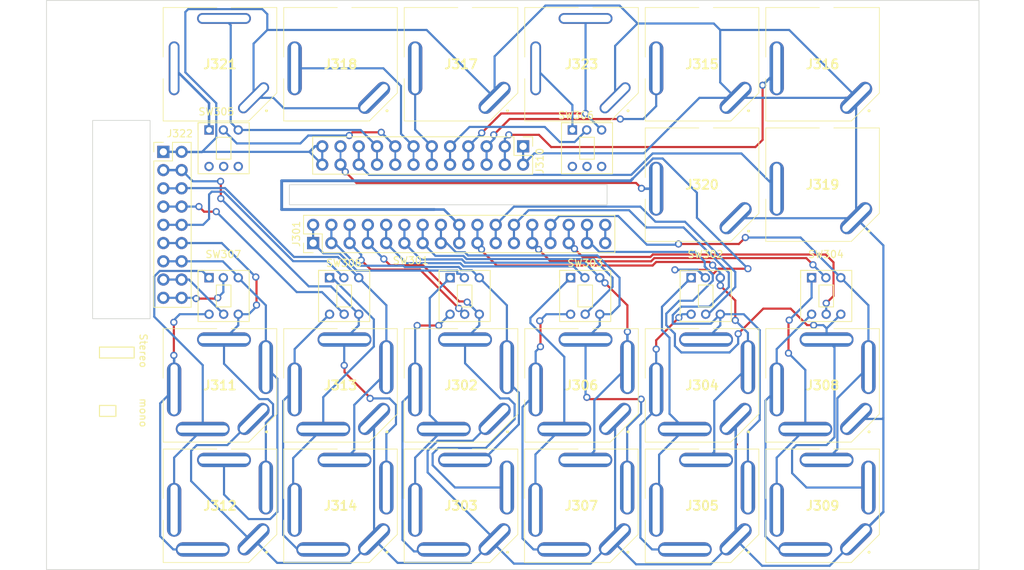
<source format=kicad_pcb>
(kicad_pcb (version 20211014) (generator pcbnew)
  (layers (0 "F.Cu" signal) (31 "B.Cu" signal) (34 "B.Paste" user) (35 "F.Paste" user) (36 "B.SilkS" user "B.Silkscreen") (37 "F.SilkS" user "F.Silkscreen") (38 "B.Mask" user) (39 "F.Mask" user) (44 "Edge.Cuts" user))
  (net 0 "")
  (net 1 "Return 4 L")
  (net 2 "Return 4 R ")
  (net 3 "Send 4 L")
  (net 4 "Send 4 R")
  (net 5 "Return 2 L")
  (net 6 "Return 2 R ")
  (net 7 "Send 2 L")
  (net 8 "Send 2 R")
  (net 9 "Return 3 L")
  (net 10 "Return 3 R ")
  (net 11 "Send 3 L")
  (net 12 "Send 3 R")
  (net 13 "Return 1 L")
  (net 14 "Return 1 R ")
  (net 15 "Send 1 L")
  (net 16 "Send 1 R")
  (net 17 "CH7")
  (net 18 "CH8")
  (net 19 "CH4")
  (net 20 "CH3")
  (net 21 "Main Return 2 L")
  (net 22 "Main Return 2 R ")
  (net 23 "Main Send 2 L")
  (net 24 "Main Send 2 R ")
  (net 25 "Main Return 1 L")
  (net 26 "Main Return 1 R ")
  (net 27 "Main Send 1 L")
  (net 28 "Main Send 1 R ")
  (net 29 "GND")
  (net 30 "CH1")
  (net 31 "CH2")
  (net 32 "CH5")
  (net 33 "CH6")
  (net 34 "CH9")
  (net 35 "CH10")
  (net 36 "Net-(J302-Pad2)")
  (net 37 "Net-(J302-Pad3)")
  (net 38 "Net-(J304-Pad2)")
  (net 39 "Net-(J304-Pad3)")
  (net 40 "Net-(J306-Pad2)")
  (net 41 "Net-(J306-Pad3)")
  (net 42 "Net-(J308-Pad2)")
  (net 43 "Net-(J308-Pad3)")
  (net 44 "Net-(J311-Pad2)")
  (net 45 "Net-(J311-Pad3)")
  (net 46 "Net-(J313-Pad2)")
  (net 47 "Net-(J313-Pad3)")
  (net 48 "Net-(J321-Pad3)")
  (net 49 "Net-(J323-Pad3)")
  (footprint "Button_Switch_THT:SW -- Latching_mini_SW" (layer "F.Cu") (at 119.888 51.816)
    (fp_text reference "SW305")
    (fp_text value "Stereo/Mono")
  )
  (footprint "Connector_Audio:ACJSMV355 flat solder" (layer "F.Cu") (at 176.852 109.318)
    (fp_text reference "J307")
    (fp_text value "Retun 3" hide)
  )
  (footprint "Connector_Audio:ACJSMV35-2 flat solder" (layer "F.Cu") (at 160.118 47.85)
    (fp_text reference "J317")
    (fp_text value "IN 5" hide)
  )
  (footprint "Button_Switch_THT:SW -- Latching_mini_SW" (layer "F.Cu") (at 136.652 72.39)
    (fp_text reference "SW308")
    (fp_text value "Stereo/Mono")
  )
  (footprint "Button_Switch_THT:SW -- Latching_mini_SW" (layer "F.Cu") (at 170.18 72.39)
    (fp_text reference "SW303")
    (fp_text value "Stereo/Mono")
  )
  (footprint "MountingHole:MountingHole_3.2mm_M3" (layer "F.Cu") (at 224.3 103.5)
    (fp_text reference "REF**")
    (fp_text value "MountingHole_3.2mm_M3")
  )
  (footprint "Connector_Audio:ACJSMV35-2 flat solder" (layer "F.Cu") (at 193.646 47.85)
    (fp_text reference "J315")
    (fp_text value "IN 2" hide)
  )
  (footprint "Connector_Audio:ACJSMV355 flat solder" (layer "F.Cu") (at 143.354 92.554)
    (fp_text reference "J313")
    (fp_text value "Main Send 1" hide)
  )
  (footprint "Connector_PinHeader_2.54mm:PinHeader_2x09_P2.54mm_Vertical" (layer "F.Cu") (at 114.041 55.372)
    (fp_text reference "J322")
    (fp_text value "Main send Return")
  )
  (footprint "Connector_Audio:ACJSMV355 flat solder" (layer "F.Cu") (at 126.59 109.318)
    (fp_text reference "J312")
    (fp_text value "Main Return 2" hide)
  )
  (footprint "Connector_PinHeader_2.54mm:PinHeader_2x12_P2.54mm_Vertical" (layer "F.Cu") (at 164.084 54.605 -90)
    (fp_text reference "J310")
    (fp_text value "CH 1-10")
  )
  (footprint "Connector_Audio:ACJSMV35-2 flat solder" (layer "F.Cu") (at 193.646 64.614)
    (fp_text reference "J320")
    (fp_text value "IN 10" hide)
  )
  (footprint "Connector_Audio:ACJSMV35-2 flat solder" (layer "F.Cu") (at 210.41 47.85)
    (fp_text reference "J316")
    (fp_text value "IN 1" hide)
  )
  (footprint "Button_Switch_THT:SW -- Latching_mini_SW" (layer "F.Cu") (at 186.944 72.39)
    (fp_text reference "SW302")
    (fp_text value "Stereo/Mono")
  )
  (footprint "Connector_Audio:ACJSMV355 flat solder" (layer "F.Cu") (at 160.118 92.554)
    (fp_text reference "J302")
    (fp_text value "Send 4" hide)
  )
  (footprint "Button_Switch_THT:SW -- Latching_mini_SW" (layer "F.Cu") (at 119.888 72.39)
    (fp_text reference "SW307")
    (fp_text value "Stereo/Mono")
  )
  (footprint "MountingHole:MountingHole_3.2mm_M3" (layer "F.Cu") (at 224.3 44.2)
    (fp_text reference "REF**")
    (fp_text value "MountingHole_3.2mm_M3")
  )
  (footprint "Connector_Audio:ACJSMV355 flat solder" (layer "F.Cu") (at 176.882 92.554)
    (fp_text reference "J306")
    (fp_text value "Send 3" hide)
  )
  (footprint "MountingHole:MountingHole_3.2mm_M3" (layer "F.Cu") (at 100.8 103.5)
    (fp_text reference "REF**")
    (fp_text value "MountingHole_3.2mm_M3")
  )
  (footprint "Connector_Audio:ACJSMV355 flat solder" (layer "F.Cu") (at 160.118 109.318)
    (fp_text reference "J303")
    (fp_text value "Return 4" hide)
  )
  (footprint "Connector_Audio:ACJSMV355 flat solder" (layer "F.Cu") (at 193.646 92.554)
    (fp_text reference "J304")
    (fp_text value "Send 2" hide)
  )
  (footprint "MountingHole:MountingHole_3.2mm_M3" (layer "F.Cu") (at 100.8 44.2)
    (fp_text reference "REF**")
    (fp_text value "MountingHole_3.2mm_M3")
  )
  (footprint "Connector_Audio:ACJSMV355 flat solder" (layer "F.Cu") (at 143.354 109.318)
    (fp_text reference "J314")
    (fp_text value "Main Return 1" hide)
  )
  (footprint "Button_Switch_THT:SW -- Latching_mini_SW" (layer "F.Cu") (at 203.708 72.39)
    (fp_text reference "SW304")
    (fp_text value "Stereo/Mono")
  )
  (footprint "Connector_Audio:ACJSMV355 flat solder" (layer "F.Cu") (at 210.41 92.554)
    (fp_text reference "J308")
    (fp_text value "Send 1" hide)
  )
  (footprint "Connector_Audio:ACJSMV355 flat solder" (layer "F.Cu") (at 210.41 109.318)
    (fp_text reference "J309")
    (fp_text value "Return 1" hide)
  )
  (footprint "Button_Switch_THT:SW -- Latching_mini_SW" (layer "F.Cu") (at 170.434 51.816)
    (fp_text reference "SW306")
    (fp_text value "Stereo/Mono")
  )
  (footprint "Connector_Audio:ACJSMV35-2 flat solder" (layer "F.Cu") (at 143.354 47.85)
    (fp_text reference "J318")
    (fp_text value "IN 6" hide)
  )
  (footprint "Connector_Audio:ACJS-MV35-3 flat solder" (layer "F.Cu") (at 126.59 47.85)
    (fp_text reference "J321")
    (fp_text value "IN 78" hide)
  )
  (footprint "Connector_Audio:ACJSMV355 flat solder" (layer "F.Cu") (at 193.646 109.318)
    (fp_text reference "J305")
    (fp_text value "Return 2" hide)
  )
  (footprint "Connector_Audio:ACJSMV35-2 flat solder" (layer "F.Cu") (at 210.41 64.614)
    (fp_text reference "J319")
    (fp_text value "IN 9" hide)
  )
  (footprint "Connector_Audio:ACJS-MV35-3 flat solder" (layer "F.Cu") (at 176.882 47.85)
    (fp_text reference "J323")
    (fp_text value "IN 34" hide)
  )
  (footprint "Button_Switch_THT:SW -- Latching_mini_SW" (layer "F.Cu") (at 153.416 72.39)
    (fp_text reference "SW301")
    (fp_text value "Stereo/Mono")
  )
  (footprint "Connector_Audio:ACJSMV355 flat solder" (layer "F.Cu") (at 126.59 92.554)
    (fp_text reference "J311")
    (fp_text value "Main Send 2" hide)
  )
  (footprint "Connector_PinHeader_2.54mm:PinHeader_2x17_P2.54mm_Vertical" (layer "F.Cu") (at 134.874 68.072 90)
    (fp_text reference "J301")
    (fp_text value "Send Return")
  )
  (gr_rect (start 105.156 82.55) (end 109.982 84.074) (layer "F.SilkS") (width 0.15) (fill none))
  (gr_rect (start 105.156 90.678) (end 107.442 92.202) (layer "F.SilkS") (width 0.15) (fill none))
  (gr_rect (start 104.2 51) (end 112.2 78.6) (layer "Edge.Cuts") (width 0.1) (fill none))
  (gr_rect (start 131.572 59.944) (end 175.768 62.738) (layer "Edge.Cuts") (width 0.1) (fill none))
  (gr_rect (start 97.79 34.29) (end 227.5 113.538) (layer "Edge.Cuts") (width 0.1) (fill none))
  (gr_text "Stereo\n" (at 111.252 83.058 270) (layer "F.SilkS") (effects (font (size 1 1))))
  (gr_text "mono\n" (at 111.252 91.694 270) (layer "F.SilkS") (effects (font (size 1 1))))
  (segment (start 175.514 65.532) (end 175.514 68.072) (width 0.3) (layer "B.Cu") (net 0))
  (segment (start 136.302499 69.500499) (end 134.874 68.072) (width 0.3) (layer "B.Cu") (net 1))
  (segment (start 155.365505 72.347505) (end 154.924 72.347505) (width 0.3) (layer "B.Cu") (net 1))
  (segment (start 140.930401 71.898) (end 138.5329 69.500499) (width 0.3) (layer "B.Cu") (net 1))
  (segment (start 154.924 72.347505) (end 154.924 71.898) (width 0.3) (layer "B.Cu") (net 1))
  (segment (start 154.924 71.898) (end 140.930401 71.898) (width 0.3) (layer "B.Cu") (net 1))
  (segment (start 134.874 65.532) (end 134.874 68.072) (width 0.3) (layer "B.Cu") (net 1))
  (segment (start 138.5329 69.500499) (end 136.302499 69.500499) (width 0.3) (layer "B.Cu") (net 1))
  (segment (start 155.916 72.898) (end 155.365505 72.347505) (width 0.3) (layer "B.Cu") (net 1))
  (segment (start 155.1309 71.398499) (end 147.618739 71.398495) (width 0.3) (layer "B.Cu") (net 2))
  (segment (start 156.008 98.268) (end 158.532 98.268) (width 0.3) (layer "B.Cu") (net 2))
  (segment (start 155.423501 71.6911) (end 155.1309 71.398499) (width 0.3) (layer "B.Cu") (net 2))
  (segment (start 147.444744 71.2245) (end 141.034013 71.2245) (width 0.3) (layer "B.Cu") (net 2))
  (segment (start 161.828 85.344) (end 161.828 76.738) (width 0.3) (layer "B.Cu") (net 2))
  (segment (start 163.5 93.3) (end 163.5 88.9) (width 0.3) (layer "B.Cu") (net 2))
  (segment (start 163.5 88.9) (end 161.828 87.228) (width 0.3) (layer "B.Cu") (net 2))
  (segment (start 137.414 65.532) (end 137.414 68.072) (width 0.3) (layer "B.Cu") (net 2))
  (segment (start 161.828 87.228) (end 161.828 85.344) (width 0.3) (layer "B.Cu") (net 2))
  (segment (start 156.938004 71.848004) (end 155.423501 71.848004) (width 0.3) (layer "B.Cu") (net 2))
  (segment (start 137.881513 68.072) (end 137.414 68.072) (width 0.3) (layer "B.Cu") (net 2))
  (segment (start 147.618739 71.398495) (end 147.444744 71.2245) (width 0.3) (layer "B.Cu") (net 2))
  (segment (start 155.423501 71.848004) (end 155.423501 71.6911) (width 0.3) (layer "B.Cu") (net 2))
  (segment (start 141.034013 71.2245) (end 137.881513 68.072) (width 0.3) (layer "B.Cu") (net 2))
  (segment (start 161.828 76.738) (end 157.988 72.898) (width 0.3) (layer "B.Cu") (net 2))
  (segment (start 157.988 72.898) (end 156.938004 71.848004) (width 0.3) (layer "B.Cu") (net 2))
  (segment (start 158.532 98.268) (end 163.5 93.3) (width 0.3) (layer "B.Cu") (net 2))
  (segment (start 142.886154 71.766154) (end 141.56 70.44) (width 0.3) (layer "F.Cu") (net 3))
  (segment (start 149.744154 71.766154) (end 142.886154 71.766154) (width 0.3) (layer "F.Cu") (net 3))
  (segment (start 155.139 77.161) (end 149.744154 71.766154) (width 0.3) (layer "F.Cu") (net 3))
  (via (at 141.56 70.44) (size 1) (drill 0.6) (layers "F.Cu" "B.Cu") (net 3))
  (via (at 155.139 77.161) (size 1) (drill 0.6) (layers "F.Cu" "B.Cu") (net 3))
  (via (at 155.139 77.161) (size 1) (drill 0.6) (layers "F.Cu" "B.Cu") (net 3))
  (segment (start 141.56 70.44) (end 141.56 69.678) (width 0.3) (layer "B.Cu") (net 3))
  (segment (start 139.954 65.532) (end 139.954 68.072) (width 0.3) (layer "B.Cu") (net 3))
  (segment (start 141.56 69.678) (end 139.954 68.072) (width 0.3) (layer "B.Cu") (net 3))
  (segment (start 155.139 77.161) (end 155.956 77.978) (width 0.3) (layer "B.Cu") (net 3))
  (segment (start 156.21 76.2) (end 156.305 76.295) (width 0.3) (layer "F.Cu") (net 4))
  (segment (start 144.711 70.289) (end 145.588154 71.166154) (width 0.3) (layer "F.Cu") (net 4))
  (segment (start 155.194 76.2) (end 156.21 76.2) (width 0.3) (layer "F.Cu") (net 4))
  (segment (start 145.588154 71.166154) (end 150.160154 71.166154) (width 0.3) (layer "F.Cu") (net 4))
  (segment (start 150.160154 71.166154) (end 155.194 76.2) (width 0.3) (layer "F.Cu") (net 4))
  (via (at 156.305 76.295) (size 1) (drill 0.6) (layers "F.Cu" "B.Cu") (net 4))
  (via (at 144.711 70.289) (size 1) (drill 0.6) (layers "F.Cu" "B.Cu") (net 4))
  (segment (start 151.5 99) (end 151.5 97.4) (width 0.3) (layer "B.Cu") (net 4))
  (segment (start 161.828 102.108) (end 161.82 102.1) (width 0.3) (layer "B.Cu") (net 4))
  (segment (start 156.305 76.295) (end 157.988 77.978) (width 0.3) (layer "B.Cu") (net 4))
  (segment (start 162.9 92.6) (end 162.9 90.5) (width 0.3) (layer "B.Cu") (net 4))
  (segment (start 162.9 90.5) (end 162.1 89.7) (width 0.3) (layer "B.Cu") (net 4))
  (segment (start 157.988 77.978) (end 157.988 79.524) (width 0.3) (layer "B.Cu") (net 4))
  (segment (start 157.988 79.524) (end 156.008 81.504) (width 0.3) (layer "B.Cu") (net 4))
  (segment (start 144.711 70.289) (end 142.494 68.072) (width 0.3) (layer "B.Cu") (net 4))
  (segment (start 160.9 89.7) (end 156.008 84.808) (width 0.3) (layer "B.Cu") (net 4))
  (segment (start 151.5 97.4) (end 152.3 96.6) (width 0.3) (layer "B.Cu") (net 4))
  (segment (start 161.82 102.1) (end 154.6 102.1) (width 0.3) (layer "B.Cu") (net 4))
  (segment (start 162.1 89.7) (end 160.9 89.7) (width 0.3) (layer "B.Cu") (net 4))
  (segment (start 158.9 96.6) (end 162.9 92.6) (width 0.3) (layer "B.Cu") (net 4))
  (segment (start 142.494 65.532) (end 142.494 68.072) (width 0.3) (layer "B.Cu") (net 4))
  (segment (start 154.6 102.1) (end 151.5 99) (width 0.3) (layer "B.Cu") (net 4))
  (segment (start 161.8 102.6) (end 161.9 102.7) (width 0.3) (layer "B.Cu") (net 4))
  (segment (start 152.3 96.6) (end 158.9 96.6) (width 0.3) (layer "B.Cu") (net 4))
  (segment (start 161.8 100.1) (end 161.8 102.6) (width 0.3) (layer "B.Cu") (net 4))
  (segment (start 156.008 84.808) (end 156.008 81.504) (width 0.3) (layer "B.Cu") (net 4))
  (segment (start 189.9 71.8) (end 185.2 71.8) (width 0.3) (layer "F.Cu") (net 5))
  (segment (start 190.4 72.3) (end 189.9 71.8) (width 0.3) (layer "F.Cu") (net 5))
  (segment (start 191.256909 71.643091) (end 190.6 72.3) (width 0.3) (layer "F.Cu") (net 5))
  (segment (start 195.356909 71.643091) (end 191.256909 71.643091) (width 0.3) (layer "F.Cu") (net 5))
  (segment (start 190.6 72.3) (end 190.4 72.3) (width 0.3) (layer "F.Cu") (net 5))
  (via (at 185.2 71.8) (size 1) (drill 0.6) (layers "F.Cu" "B.Cu") (net 5))
  (via (at 195.356909 71.643091) (size 1) (drill 0.6) (layers "F.Cu" "B.Cu") (net 5))
  (segment (start 183.5 56.3) (end 188.263818 61.063818) (width 0.3) (layer "B.Cu") (net 5))
  (segment (start 130.5 59.4) (end 179.040812 59.4) (width 0.4) (layer "B.Cu") (net 5))
  (segment (start 188.263818 64.55) (end 195.356909 71.643091) (width 0.3) (layer "B.Cu") (net 5))
  (segment (start 188.346 71.8) (end 185.2 71.8) (width 0.35) (layer "B.Cu") (net 5))
  (segment (start 189.444 72.898) (end 188.346 71.8) (width 0.35) (layer "B.Cu") (net 5))
  (segment (start 155.194 68.072) (end 155.194 66.249588) (width 0.3) (layer "B.Cu") (net 5))
  (segment (start 130.5 63.4) (end 130.5 59.4) (width 0.4) (layer "B.Cu") (net 5))
  (segment (start 179.040812 59.4) (end 179.316312 59.1245) (width 0.4) (layer "B.Cu") (net 5))
  (segment (start 179.316312 59.1245) (end 182.140812 56.3) (width 0.3) (layer "B.Cu") (net 5))
  (segment (start 153.062 63.4) (end 151.744412 63.4) (width 0.35) (layer "B.Cu") (net 5))
  (segment (start 155.194 65.532) (end 153.062 63.4) (width 0.35) (layer "B.Cu") (net 5))
  (segment (start 188.419 71.873) (end 189.444 72.898) (width 0.3) (layer "B.Cu") (net 5))
  (segment (start 151.744412 63.4) (end 130.5 63.4) (width 0.4) (layer "B.Cu") (net 5))
  (segment (start 188.263818 61.063818) (end 188.263818 64.55) (width 0.3) (layer "B.Cu") (net 5))
  (segment (start 182.140812 56.3) (end 183.5 56.3) (width 0.3) (layer "B.Cu") (net 5))
  (segment (start 158.3 68.95) (end 158.3 69.1) (width 0.3) (layer "F.Cu") (net 6))
  (segment (start 158.3 69.1) (end 160.399312 71.199312) (width 0.3) (layer "F.Cu") (net 6))
  (segment (start 182.100688 71.199312) (end 182.6 70.7) (width 0.3) (layer "F.Cu") (net 6))
  (segment (start 182.6 70.7) (end 190.001376 70.7) (width 0.3) (layer "F.Cu") (net 6))
  (segment (start 190.001376 70.7) (end 190.450688 71.149312) (width 0.3) (layer "F.Cu") (net 6))
  (segment (start 193.6 76.068) (end 193.6 78.8275) (width 0.3) (layer "F.Cu") (net 6))
  (segment (start 160.399312 71.199312) (end 182.100688 71.199312) (width 0.3) (layer "F.Cu") (net 6))
  (segment (start 191.516 73.984) (end 193.6 76.068) (width 0.3) (layer "F.Cu") (net 6))
  (via (at 193.6 78.8275) (size 1) (drill 0.6) (layers "F.Cu" "B.Cu") (net 6))
  (via (at 190.450688 71.149312) (size 1) (drill 0.6) (layers "F.Cu" "B.Cu") (net 6))
  (via (at 158.3 68.95) (size 1) (drill 0.6) (layers "F.Cu" "B.Cu") (net 6))
  (via (at 191.516 73.984) (size 1) (drill 0.6) (layers "F.Cu" "B.Cu") (net 6))
  (segment (start 190.676 90.024) (end 195.356 85.344) (width 0.3) (layer "B.Cu") (net 6))
  (segment (start 157.734 68.072) (end 157.734 68.384) (width 0.3) (layer "B.Cu") (net 6))
  (segment (start 195.356 85.344) (end 195.356 80.5835) (width 0.3) (layer "B.Cu") (net 6))
  (segment (start 191.516 72.898) (end 191.516 72.214624) (width 0.3) (layer "B.Cu") (net 6))
  (segment (start 190.4 71.2) (end 190.450688 71.149312) (width 0.3) (layer "B.Cu") (net 6))
  (segment (start 190.3 71.2) (end 190.4 71.2) (width 0.3) (layer "B.Cu") (net 6))
  (segment (start 190.676 97.128) (end 190.676 90.024) (width 0.3) (layer "B.Cu") (net 6))
  (segment (start 157.734 68.384) (end 158.3 68.95) (width 0.3) (layer "B.Cu") (net 6))
  (segment (start 195.356 80.5835) (end 193.6 78.8275) (width 0.3) (layer "B.Cu") (net 6))
  (segment (start 158.2 69) (end 158.25 68.95) (width 0.3) (layer "B.Cu") (net 6))
  (segment (start 157.734 68.072) (end 157.734 65.532) (width 0.3) (layer "B.Cu") (net 6))
  (segment (start 189.536 98.268) (end 190.676 97.128) (width 0.3) (layer "B.Cu") (net 6))
  (segment (start 191.516 72.214624) (end 190.450688 71.149312) (width 0.3) (layer "B.Cu") (net 6))
  (segment (start 158.25 68.95) (end 158.3 68.95) (width 0.3) (layer "B.Cu") (net 6))
  (segment (start 191.516 72.898) (end 191.516 73.984) (width 0.3) (layer "B.Cu") (net 6))
  (segment (start 186.6 65.1) (end 193.6 72.1) (width 0.3) (layer "B.Cu") (net 7))
  (segment (start 162.805501 63.000499) (end 180.397955 63.000499) (width 0.3) (layer "B.Cu") (net 7))
  (segment (start 180.397955 63.000499) (end 182.497456 65.1) (width 0.3) (layer "B.Cu") (net 7))
  (segment (start 160.274 65.532) (end 162.805501 63.000499) (width 0.3) (layer "B.Cu") (net 7))
  (segment (start 189.822 77.978) (end 189.484 77.978) (width 0.3) (layer "B.Cu") (net 7))
  (segment (start 193.6 74.2) (end 189.822 77.978) (width 0.3) (layer "B.Cu") (net 7))
  (segment (start 160.274 65.532) (end 160.274 68.072) (width 0.3) (layer "B.Cu") (net 7))
  (segment (start 193.6 72.1) (end 193.6 74.2) (width 0.3) (layer "B.Cu") (net 7))
  (segment (start 182.497456 65.1) (end 186.6 65.1) (width 0.3) (layer "B.Cu") (net 7))
  (segment (start 189.975499 76.924501) (end 192.7 74.2) (width 0.3) (layer "B.Cu") (net 8))
  (segment (start 178.828 63.5) (end 164.846 63.5) (width 0.3) (layer "B.Cu") (net 8))
  (segment (start 164.846 63.5) (end 162.814 65.532) (width 0.3) (layer "B.Cu") (net 8))
  (segment (start 162.814 65.532) (end 162.814 68.072) (width 0.3) (layer "B.Cu") (net 8))
  (segment (start 184.9 78.1) (end 186.075499 76.924501) (width 0.3) (layer "B.Cu") (net 8))
  (segment (start 191.516 77.978) (end 191.516 79.524) (width 0.3) (layer "B.Cu") (net 8))
  (segment (start 195.356 94.344) (end 197 92.7) (width 0.3) (layer "B.Cu") (net 8))
  (segment (start 191.516 77.978) (end 190.194 79.3) (width 0.3) (layer "B.Cu") (net 8))
  (segment (start 195.356 102.108) (end 195.356 94.344) (width 0.3) (layer "B.Cu") (net 8))
  (segment (start 191.516 79.524) (end 189.536 81.504) (width 0.3) (layer "B.Cu") (net 8))
  (segment (start 186.402751 65.9) (end 181.228 65.9) (width 0.3) (layer "B.Cu") (net 8))
  (segment (start 184.9 79.3) (end 184.9 78.1) (width 0.3) (layer "B.Cu") (net 8))
  (segment (start 197 92.7) (end 197 80.2) (width 0.3) (layer "B.Cu") (net 8))
  (segment (start 197 80.2) (end 194.778 77.978) (width 0.3) (layer "B.Cu") (net 8))
  (segment (start 186.075499 76.924501) (end 189.975499 76.924501) (width 0.3) (layer "B.Cu") (net 8))
  (segment (start 194.778 77.978) (end 191.516 77.978) (width 0.3) (layer "B.Cu") (net 8))
  (segment (start 192.7 74.2) (end 192.7 72.197249) (width 0.3) (layer "B.Cu") (net 8))
  (segment (start 192.7 72.197249) (end 186.402751 65.9) (width 0.3) (layer "B.Cu") (net 8))
  (segment (start 181.228 65.9) (end 178.828 63.5) (width 0.3) (layer "B.Cu") (net 8))
  (segment (start 190.194 79.3) (end 184.9 79.3) (width 0.3) (layer "B.Cu") (net 8))
  (segment (start 171.105503 71.323503) (end 172.68 72.898) (width 0.3) (layer "B.Cu") (net 9))
  (segment (start 155.348156 70.873999) (end 155.79766 71.323503) (width 0.3) (layer "B.Cu") (net 9))
  (segment (start 147.835994 70.873994) (end 155.348156 70.873999) (width 0.3) (layer "B.Cu") (net 9))
  (segment (start 145.034 65.532) (end 145.034 68.072) (width 0.3) (layer "B.Cu") (net 9))
  (segment (start 155.79766 71.323503) (end 171.105503 71.323503) (width 0.3) (layer "B.Cu") (net 9))
  (segment (start 145.034 68.072) (end 147.835994 70.873994) (width 0.3) (layer "B.Cu") (net 9))
  (segment (start 178.592 76.738) (end 175.477 73.623) (width 0.3) (layer "F.Cu") (net 10))
  (segment (start 178.592 80.408) (end 178.592 76.738) (width 0.3) (layer "F.Cu") (net 10))
  (via (at 178.592 80.408) (size 1) (drill 0.6) (layers "F.Cu" "B.Cu") (net 10))
  (via (at 175.477 73.623) (size 1) (drill 0.6) (layers "F.Cu" "B.Cu") (net 10))
  (segment (start 178.592 85.344) (end 178.592 80.408) (width 0.35) (layer "B.Cu") (net 10))
  (segment (start 173.99 97.02) (end 172.742 98.268) (width 0.3) (layer "B.Cu") (net 10))
  (segment (start 149.851494 70.349494) (end 155.565412 70.349499) (width 0.3) (layer "B.Cu") (net 10))
  (segment (start 175.477 73.623) (end 174.752 72.898) (width 0.35) (layer "B.Cu") (net 10))
  (segment (start 147.574 65.532) (end 147.574 68.072) (width 0.3) (layer "B.Cu") (net 10))
  (segment (start 178.592 85.344) (end 173.99 89.946) (width 0.3) (layer "B.Cu") (net 10))
  (segment (start 156.014915 70.799002) (end 172.653002 70.799002) (width 0.3) (layer "B.Cu") (net 10))
  (segment (start 155.565412 70.349499) (end 156.014915 70.799002) (width 0.3) (layer "B.Cu") (net 10))
  (segment (start 147.574 68.072) (end 149.851494 70.349494) (width 0.3) (layer "B.Cu") (net 10))
  (segment (start 172.653002 70.799002) (end 174.752 72.898) (width 0.3) (layer "B.Cu") (net 10))
  (segment (start 173.99 89.946) (end 173.99 97.02) (width 0.3) (layer "B.Cu") (net 10))
  (segment (start 156.221816 70.299501) (end 155.772312 69.849998) (width 0.3) (layer "B.Cu") (net 11))
  (segment (start 173.931501 70.299501) (end 156.221816 70.299501) (width 0.3) (layer "B.Cu") (net 11))
  (segment (start 172.72 77.978) (end 176.53 74.168) (width 0.3) (layer "B.Cu") (net 11))
  (segment (start 176.53 74.168) (end 176.53 72.898) (width 0.3) (layer "B.Cu") (net 11))
  (segment (start 155.772312 69.849998) (end 151.891996 69.849996) (width 0.3) (layer "B.Cu") (net 11))
  (segment (start 176.53 72.898) (end 173.931501 70.299501) (width 0.3) (layer "B.Cu") (net 11))
  (segment (start 150.114 65.532) (end 150.114 68.072) (width 0.3) (layer "B.Cu") (net 11))
  (segment (start 151.891996 69.849996) (end 150.114 68.072) (width 0.3) (layer "B.Cu") (net 11))
  (segment (start 173.2 89.8) (end 172.95 89.55) (width 0.3) (layer "F.Cu") (net 12))
  (segment (start 180.5 89.8) (end 173.2 89.8) (width 0.3) (layer "F.Cu") (net 12))
  (via (at 180.5 89.8) (size 1) (drill 0.6) (layers "F.Cu" "B.Cu") (net 12))
  (via (at 172.95 89.55) (size 1) (drill 0.6) (layers "F.Cu" "B.Cu") (net 12))
  (segment (start 174.752 79.524) (end 172.772 81.504) (width 0.3) (layer "B.Cu") (net 12))
  (segment (start 156.428716 69.8) (end 174.4 69.8) (width 0.3) (layer "B.Cu") (net 12))
  (segment (start 174.752 77.978) (end 176.298 77.978) (width 0.3) (layer "B.Cu") (net 12))
  (segment (start 172.772 89.372) (end 172.95 89.55) (width 0.3) (layer "B.Cu") (net 12))
  (segment (start 172.95 89.55) (end 173 89.6) (width 0.3) (layer "B.Cu") (net 12))
  (segment (start 154.740084 69.350496) (end 155.979212 69.350497) (width 0.3) (layer "B.Cu") (net 12))
  (segment (start 178.562 102.108) (end 178.562 93.738) (width 0.3) (layer "B.Cu") (net 12))
  (segment (start 177.5 72.9) (end 177.5 76.776) (width 0.3) (layer "B.Cu") (net 12))
  (segment (start 172.772 81.504) (end 172.772 89.372) (width 0.3) (layer "B.Cu") (net 12))
  (segment (start 155.979212 69.350497) (end 156.428716 69.8) (width 0.3) (layer "B.Cu") (net 12))
  (segment (start 153.461588 68.072) (end 154.740084 69.350496) (width 0.3) (layer "B.Cu") (net 12))
  (segment (start 178.562 93.738) (end 180.5 91.8) (width 0.3) (layer "B.Cu") (net 12))
  (segment (start 180.5 91.8) (end 180.5 89.8) (width 0.3) (layer "B.Cu") (net 12))
  (segment (start 176.298 77.978) (end 176.538 77.738) (width 0.3) (layer "B.Cu") (net 12))
  (segment (start 152.654 68.072) (end 153.461588 68.072) (width 0.3) (layer "B.Cu") (net 12))
  (segment (start 177.5 76.776) (end 176.538 77.738) (width 0.3) (layer "B.Cu") (net 12))
  (segment (start 174.752 77.978) (end 174.752 79.524) (width 0.3) (layer "B.Cu") (net 12))
  (segment (start 152.654 65.532) (end 152.654 68.072) (width 0.3) (layer "B.Cu") (net 12))
  (segment (start 174.4 69.8) (end 177.5 72.9) (width 0.3) (layer "B.Cu") (net 12))
  (segment (start 204.405 71.095) (end 203.475501 70.165501) (width 0.3) (layer "F.Cu") (net 13))
  (segment (start 167.894 70.612) (end 166.241 68.959) (width 0.3) (layer "F.Cu") (net 13))
  (segment (start 203.475501 70.165501) (end 182.334499 70.165501) (width 0.3) (layer "F.Cu") (net 13))
  (segment (start 182.334499 70.165501) (end 181.888 70.612) (width 0.3) (layer "F.Cu") (net 13))
  (segment (start 181.888 70.612) (end 167.894 70.612) (width 0.3) (layer "F.Cu") (net 13))
  (via (at 166.241 68.959) (size 1) (drill 0.6) (layers "F.Cu" "B.Cu") (net 13))
  (via (at 204.405 71.095) (size 1) (drill 0.6) (layers "F.Cu" "B.Cu") (net 13))
  (segment (start 204.405 71.095) (end 206.208 72.898) (width 0.3) (layer "B.Cu") (net 13))
  (segment (start 165.354 65.532) (end 165.354 68.072) (width 0.3) (layer "B.Cu") (net 13))
  (segment (start 166.241 68.959) (end 165.354 68.072) (width 0.3) (layer "B.Cu") (net 13))
  (segment (start 194.1 68.2) (end 195 67.3) (width 0.3) (layer "F.Cu") (net 14))
  (segment (start 185.7 68.2) (end 194.1 68.2) (width 0.3) (layer "F.Cu") (net 14))
  (via (at 185.7 68.2) (size 1) (drill 0.6) (layers "F.Cu" "B.Cu") (net 14))
  (via (at 195 67.3) (size 1) (drill 0.6) (layers "F.Cu" "B.Cu") (net 14))
  (segment (start 208.28 72.898) (end 202.682 67.3) (width 0.3) (layer "B.Cu") (net 14))
  (segment (start 207.9 89.564) (end 212.12 85.344) (width 0.3) (layer "B.Cu") (net 14))
  (segment (start 207.9 89.564) (end 207.8 89.664) (width 0.3) (layer "B.Cu") (net 14))
  (segment (start 207.8 89.664) (end 207.8 96.768) (width 0.3) (layer "B.Cu") (net 14))
  (segment (start 202.682 67.3) (end 195 67.3) (width 0.3) (layer "B.Cu") (net 14))
  (segment (start 167.894 65.532) (end 167.894 68.072) (width 0.3) (layer "B.Cu") (net 14))
  (segment (start 177.307 64.307) (end 181.3 68.3) (width 0.3) (layer "B.Cu") (net 14))
  (segment (start 181.3 68.3) (end 185.6 68.3) (width 0.3) (layer "B.Cu") (net 14))
  (segment (start 167.894 65.532) (end 169.119 64.307) (width 0.3) (layer "B.Cu") (net 14))
  (segment (start 207.8 96.768) (end 206.3 98.268) (width 0.3) (layer "B.Cu") (net 14))
  (segment (start 212.12 85.344) (end 212.12 76.738) (width 0.3) (layer "B.Cu") (net 14))
  (segment (start 169.119 64.307) (end 177.307 64.307) (width 0.3) (layer "B.Cu") (net 14))
  (segment (start 212.12 76.738) (end 208.28 72.898) (width 0.3) (layer "B.Cu") (net 14))
  (segment (start 206.248 76.452) (end 207.264 75.436) (width 0.3) (layer "F.Cu") (net 15))
  (segment (start 181.793598 70) (end 172.362 70) (width 0.3) (layer "F.Cu") (net 15))
  (segment (start 207.264 70.764) (end 206.166 69.666) (width 0.3) (layer "F.Cu") (net 15))
  (segment (start 207.264 75.436) (end 207.264 70.764) (width 0.3) (layer "F.Cu") (net 15))
  (segment (start 206.166 69.666) (end 182.127598 69.666) (width 0.3) (layer "F.Cu") (net 15))
  (segment (start 182.127598 69.666) (end 181.793598 70) (width 0.3) (layer "F.Cu") (net 15))
  (segment (start 172.362 70) (end 171.231 68.869) (width 0.3) (layer "F.Cu") (net 15))
  (via (at 171.231 68.869) (size 1) (drill 0.6) (layers "F.Cu" "B.Cu") (net 15))
  (via (at 206.248 76.452) (size 1) (drill 0.6) (layers "F.Cu" "B.Cu") (net 15))
  (segment (start 171.231 68.869) (end 170.434 68.072) (width 0.3) (layer "B.Cu") (net 15))
  (segment (start 170.434 65.532) (end 170.434 68.072) (width 0.3) (layer "B.Cu") (net 15))
  (segment (start 206.248 77.978) (end 206.248 76.452) (width 0.3) (layer "B.Cu") (net 15))
  (segment (start 197.5 77.2) (end 194 80.7) (width 0.3) (layer "F.Cu") (net 16))
  (segment (start 204.5 79.5) (end 203.6 79.5) (width 0.3) (layer "F.Cu") (net 16))
  (segment (start 203.6 79.5) (end 201.3 77.2) (width 0.3) (layer "F.Cu") (net 16))
  (segment (start 201.3 77.2) (end 197.5 77.2) (width 0.3) (layer "F.Cu") (net 16))
  (via (at 204.5 79.5) (size 1) (drill 0.6) (layers "F.Cu" "B.Cu") (net 16))
  (via (at 194 80.7) (size 1) (drill 0.6) (layers "F.Cu" "B.Cu") (net 16))
  (segment (start 173.449112 68.072) (end 172.974 68.072) (width 0.3) (layer "B.Cu") (net 16))
  (segment (start 192.8 83.3) (end 194 82.1) (width 0.3) (layer "B.Cu") (net 16))
  (segment (start 188.000998 69.300998) (end 174.67811 69.300998) (width 0.3) (layer "B.Cu") (net 16))
  (segment (start 190.469 73.322569) (end 187.691569 76.1) (width 0.3) (layer "B.Cu") (net 16))
  (segment (start 186.1 83.3) (end 192.8 83.3) (width 0.3) (layer "B.Cu") (net 16))
  (segment (start 204.5 79.5) (end 204.458 79.5) (width 0.3) (layer "B.Cu") (net 16))
  (segment (start 185.8 76.1) (end 184 77.9) (width 0.3) (layer "B.Cu") (net 16))
  (segment (start 189.35 71.35) (end 190.469 72.469) (width 0.3) (layer "B.Cu") (net 16))
  (segment (start 189.35 71.35) (end 189.35 70.65) (width 0.3) (layer "B.Cu") (net 16))
  (segment (start 205.842 79.5) (end 204.5 79.5) (width 0.3) (layer "B.Cu") (net 16))
  (segment (start 206.3 81.504) (end 206.3 79.958) (width 0.3) (layer "B.Cu") (net 16))
  (segment (start 184 79.5) (end 185.2 80.7) (width 0.3) (layer "B.Cu") (net 16))
  (segment (start 189.705447 71.705447) (end 189.35 71.35) (width 0.3) (layer "B.Cu") (net 16))
  (segment (start 206.3 96.2) (end 207.4 95.1) (width 0.3) (layer "B.Cu") (net 16))
  (segment (start 174.67811 69.300998) (end 173.449112 68.072) (width 0.3) (layer "B.Cu") (net 16))
  (segment (start 172.974 65.532) (end 172.974 68.072) (width 0.3) (layer "B.Cu") (net 16))
  (segment (start 201.5 96.8) (end 202.1 96.2) (width 0.3) (layer "B.Cu") (net 16))
  (segment (start 206.3 79.958) (end 208.28 77.978) (width 0.3) (layer "B.Cu") (net 16))
  (segment (start 207.4 82.604) (end 206.3 81.504) (width 0.3) (layer "B.Cu") (net 16))
  (segment (start 185.2 80.7) (end 185.2 82.4) (width 0.3) (layer "B.Cu") (net 16))
  (segment (start 212.12 102.108) (end 203.508 102.108) (width 0.3) (layer "B.Cu") (net 16))
  (segment (start 194 82.1) (end 194 80.7) (width 0.3) (layer "B.Cu") (net 16))
  (segment (start 206.3 79.958) (end 205.842 79.5) (width 0.3) (layer "B.Cu") (net 16))
  (segment (start 184 77.9) (end 184 79.5) (width 0.3) (layer "B.Cu") (net 16))
  (segment (start 201.5 100.1) (end 201.5 96.8) (width 0.3) (layer "B.Cu") (net 16))
  (segment (start 189.35 70.65) (end 188.000998 69.300998) (width 0.3) (layer "B.Cu") (net 16))
  (segment (start 190.469 72.469) (end 190.469 73.322569) (width 0.3) (layer "B.Cu") (net 16))
  (segment (start 203.508 102.108) (end 201.5 100.1) (width 0.3) (layer "B.Cu") (net 16))
  (segment (start 187.691569 76.1) (end 185.8 76.1) (width 0.3) (layer "B.Cu") (net 16))
  (segment (start 185.2 82.4) (end 186.1 83.3) (width 0.3) (layer "B.Cu") (net 16))
  (segment (start 207.4 95.1) (end 207.4 82.604) (width 0.3) (layer "B.Cu") (net 16))
  (segment (start 202.1 96.2) (end 206.3 96.2) (width 0.3) (layer "B.Cu") (net 16))
  (segment (start 140.3495 52.6505) (end 139.9 53.1) (width 0.3) (layer "F.Cu") (net 17))
  (segment (start 144.3495 52.6505) (end 140.3495 52.6505) (width 0.3) (layer "F.Cu") (net 17))
  (via (at 139.9 53.1) (size 1) (drill 0.6) (layers "F.Cu" "B.Cu") (net 17))
  (via (at 144.3495 52.6505) (size 1) (drill 0.6) (layers "F.Cu" "B.Cu") (net 17))
  (segment (start 144.3495 52.6505) (end 144.3 52.601) (width 0.3) (layer "B.Cu") (net 17))
  (segment (start 146.304 54.605) (end 144.3495 52.6505) (width 0.3) (layer "B.Cu") (net 17))
  (segment (start 124.264 54.2) (end 133.1 54.2) (width 0.3) (layer "B.Cu") (net 17))
  (segment (start 134.2 53.1) (end 139.9 53.1) (width 0.3) (layer "B.Cu") (net 17))
  (segment (start 122.388 52.324) (end 124.264 54.2) (width 0.3) (layer "B.Cu") (net 17))
  (segment (start 144.3 52.601) (end 144.3 52.5) (width 0.3) (layer "B.Cu") (net 17))
  (segment (start 146.304 54.605) (end 146.304 57.145) (width 0.25) (layer "B.Cu") (net 17))
  (segment (start 133.1 54.2) (end 134.2 53.1) (width 0.3) (layer "B.Cu") (net 17))
  (segment (start 123.413 51.277) (end 124.46 52.324) (width 0.3) (layer "B.Cu") (net 18))
  (segment (start 143.764 54.605) (end 143.764 57.145) (width 0.25) (layer "B.Cu") (net 18))
  (segment (start 141.483 52.324) (end 124.46 52.324) (width 0.3) (layer "B.Cu") (net 18))
  (segment (start 122.48 36.8) (end 123.413 37.733) (width 0.3) (layer "B.Cu") (net 18))
  (segment (start 143.764 54.605) (end 141.483 52.324) (width 0.3) (layer "B.Cu") (net 18))
  (segment (start 123.413 37.733) (end 123.413 51.277) (width 0.3) (layer "B.Cu") (net 18))
  (segment (start 153.924 54.605) (end 153.924 57.145) (width 0.3) (layer "B.Cu") (net 19))
  (segment (start 156.629 51.9) (end 153.924 54.605) (width 0.3) (layer "B.Cu") (net 19))
  (segment (start 169.2 54) (end 167.1 51.9) (width 0.3) (layer "B.Cu") (net 19))
  (segment (start 171.258 54) (end 169.2 54) (width 0.3) (layer "B.Cu") (net 19))
  (segment (start 172.934 52.324) (end 171.258 54) (width 0.3) (layer "B.Cu") (net 19))
  (segment (start 167.1 51.9) (end 156.629 51.9) (width 0.3) (layer "B.Cu") (net 19))
  (segment (start 161.041 50.028) (end 172.7695 50.028) (width 0.3) (layer "F.Cu") (net 20))
  (segment (start 158.328997 52.740003) (end 160.369 50.7) (width 0.3) (layer "F.Cu") (net 20))
  (segment (start 160.369 50.7) (end 161.041 50.028) (width 0.3) (layer "F.Cu") (net 20))
  (segment (start 172.7695 50.028) (end 172.772 50.0255) (width 0.3) (layer "F.Cu") (net 20))
  (via (at 172.772 50.0255) (size 1) (drill 0.6) (layers "F.Cu" "B.Cu") (net 20))
  (via (at 158.328997 52.740003) (size 1) (drill 0.6) (layers "F.Cu" "B.Cu") (net 20))
  (segment (start 156.464 54.605) (end 156.464 57.145) (width 0.3) (layer "B.Cu") (net 20))
  (segment (start 172.772 36.8) (end 172.772 50.0255) (width 0.3) (layer "B.Cu") (net 20))
  (segment (start 156.464 54.605) (end 158.328997 52.740003) (width 0.3) (layer "B.Cu") (net 20))
  (segment (start 172.772 50.09) (end 172.772 50.0255) (width 0.3) (layer "B.Cu") (net 20))
  (segment (start 175.006 52.324) (end 172.772 50.09) (width 0.3) (layer "B.Cu") (net 20))
  (segment (start 118.6 75.8) (end 121.5 75.8) (width 0.3) (layer "F.Cu") (net 21))
  (segment (start 121.5 75.8) (end 121.608 75.692) (width 0.3) (layer "F.Cu") (net 21))
  (via (at 121.608 75.692) (size 1) (drill 0.6) (layers "F.Cu" "B.Cu") (net 21))
  (via (at 118.6 75.8) (size 1) (drill 0.6) (layers "F.Cu" "B.Cu") (net 21))
  (segment (start 116.581 75.692) (end 118.492 75.692) (width 0.3) (layer "B.Cu") (net 21))
  (segment (start 121.608 75.692) (end 122.4 74.9) (width 0.3) (layer "B.Cu") (net 21))
  (segment (start 122.388 74.888) (end 122.388 72.898) (width 0.3) (layer "B.Cu") (net 21))
  (segment (start 118.492 75.692) (end 118.6 75.8) (width 0.3) (layer "B.Cu") (net 21))
  (segment (start 114.041 75.692) (end 116.581 75.692) (width 0.3) (layer "B.Cu") (net 21))
  (segment (start 122.4 74.9) (end 122.388 74.888) (width 0.3) (layer "B.Cu") (net 21))
  (segment (start 122.48 98.268) (end 122.48 103.08) (width 0.3) (layer "B.Cu") (net 22))
  (segment (start 125.9 106.5) (end 128.9 106.5) (width 0.3) (layer "B.Cu") (net 22))
  (segment (start 122.48 103.08) (end 125.9 106.5) (width 0.3) (layer "B.Cu") (net 22))
  (segment (start 124.46 72.76) (end 122.312 70.612) (width 0.3) (layer "B.Cu") (net 22))
  (segment (start 128.9 106.5) (end 129.9 105.5) (width 0.3) (layer "B.Cu") (net 22))
  (segment (start 129.9 86.944) (end 128.3 85.344) (width 0.3) (layer "B.Cu") (net 22))
  (segment (start 122.312 70.612) (end 116.581 70.612) (width 0.3) (layer "B.Cu") (net 22))
  (segment (start 114.041 70.612) (end 116.581 70.612) (width 0.3) (layer "B.Cu") (net 22))
  (segment (start 128.3 76.738) (end 124.46 72.898) (width 0.3) (layer "B.Cu") (net 22))
  (segment (start 124.46 72.898) (end 124.46 72.76) (width 0.3) (layer "B.Cu") (net 22))
  (segment (start 129.9 105.5) (end 129.9 86.944) (width 0.3) (layer "B.Cu") (net 22))
  (segment (start 128.3 85.344) (end 128.3 76.738) (width 0.3) (layer "B.Cu") (net 22))
  (segment (start 117.602 73.152) (end 122.428 77.978) (width 0.3) (layer "B.Cu") (net 23))
  (segment (start 116.581 73.152) (end 117.602 73.152) (width 0.3) (layer "B.Cu") (net 23))
  (segment (start 114.041 73.152) (end 116.581 73.152) (width 0.3) (layer "B.Cu") (net 23))
  (segment (start 127 76.7) (end 127 72.9) (width 0.3) (layer "F.Cu") (net 24))
  (segment (start 127 72.9) (end 126.9 72.8) (width 0.3) (layer "F.Cu") (net 24))
  (via (at 127 76.7) (size 1) (drill 0.6) (layers "F.Cu" "B.Cu") (net 24))
  (via (at 126.9 72.8) (size 1) (drill 0.6) (layers "F.Cu" "B.Cu") (net 24))
  (segment (start 126.9 72.8) (end 127 72.9) (width 0.3) (layer "B.Cu") (net 24))
  (segment (start 128.6 89.8) (end 129.3 90.5) (width 0.3) (layer "B.Cu") (net 24))
  (segment (start 114.041 68.072) (end 116.581 68.072) (width 0.3) (layer "B.Cu") (net 24))
  (segment (start 128.3 93.076594) (end 128.3 102.108) (width 0.3) (layer "B.Cu") (net 24))
  (segment (start 129.3 92.076594) (end 128.3 93.076594) (width 0.3) (layer "B.Cu") (net 24))
  (segment (start 124.46 77.978) (end 124.46 79.524) (width 0.3) (layer "B.Cu") (net 24))
  (segment (start 124.46 77.978) (end 125.922 77.978) (width 0.3) (layer "B.Cu") (net 24))
  (segment (start 116.581 68.072) (end 122.172 68.072) (width 0.3) (layer "B.Cu") (net 24))
  (segment (start 122.172 68.072) (end 126.9 72.8) (width 0.3) (layer "B.Cu") (net 24))
  (segment (start 125.922 77.978) (end 127 76.9) (width 0.3) (layer "B.Cu") (net 24))
  (segment (start 122.48 84.88) (end 127.4 89.8) (width 0.3) (layer "B.Cu") (net 24))
  (segment (start 127.4 89.8) (end 128.6 89.8) (width 0.3) (layer "B.Cu") (net 24))
  (segment (start 122.48 81.504) (end 122.48 84.88) (width 0.3) (layer "B.Cu") (net 24))
  (segment (start 124.46 79.524) (end 122.48 81.504) (width 0.3) (layer "B.Cu") (net 24))
  (segment (start 129.3 90.5) (end 129.3 92.076594) (width 0.3) (layer "B.Cu") (net 24))
  (segment (start 127 76.9) (end 127 76.7) (width 0.3) (layer "B.Cu") (net 24))
  (segment (start 120.4 61.3) (end 120.4 64.7) (width 0.3) (layer "B.Cu") (net 25))
  (segment (start 116.581 65.532) (end 114.041 65.532) (width 0.3) (layer "B.Cu") (net 25))
  (segment (start 122.427202 60.919962) (end 120.780038 60.919962) (width 0.3) (layer "B.Cu") (net 25))
  (segment (start 132.10724 70.6) (end 122.427202 60.919962) (width 0.3) (layer "B.Cu") (net 25))
  (segment (start 120.4 64.7) (end 119.568 65.532) (width 0.3) (layer "B.Cu") (net 25))
  (segment (start 119.568 65.532) (end 116.581 65.532) (width 0.3) (layer "B.Cu") (net 25))
  (segment (start 120.780038 60.919962) (end 120.4 61.3) (width 0.3) (layer "B.Cu") (net 25))
  (segment (start 139.152 72.898) (end 136.854 70.6) (width 0.3) (layer "B.Cu") (net 25))
  (segment (start 136.854 70.6) (end 132.10724 70.6) (width 0.3) (layer "B.Cu") (net 25))
  (segment (start 140.6 90.6) (end 140.6 96.912) (width 0.3) (layer "B.Cu") (net 26))
  (segment (start 145.064 76.738) (end 145.064 85.344) (width 0.3) (layer "B.Cu") (net 26))
  (segment (start 122.634102 60.420461) (end 116.612539 60.420461) (width 0.3) (layer "B.Cu") (net 26))
  (segment (start 141.224 72.898) (end 138.326 70) (width 0.3) (layer "B.Cu") (net 26))
  (segment (start 145.064 85.344) (end 145.064 86.136) (width 0.3) (layer "B.Cu") (net 26))
  (segment (start 132.213641 70) (end 122.634102 60.420461) (width 0.3) (layer "B.Cu") (net 26))
  (segment (start 145.064 85.344) (end 145.868214 86.148214) (width 0.3) (layer "B.Cu") (net 26))
  (segment (start 116.581 60.452) (end 114.041 60.452) (width 0.3) (layer "B.Cu") (net 26))
  (segment (start 141.224 72.898) (end 145.064 76.738) (width 0.3) (layer "B.Cu") (net 26))
  (segment (start 140.6 96.912) (end 139.244 98.268) (width 0.3) (layer "B.Cu") (net 26))
  (segment (start 116.612539 60.420461) (end 116.581 60.452) (width 0.3) (layer "B.Cu") (net 26))
  (segment (start 145.064 86.136) (end 140.6 90.6) (width 0.3) (layer "B.Cu") (net 26))
  (segment (start 138.326 70) (end 132.213641 70) (width 0.3) (layer "B.Cu") (net 26))
  (segment (start 119.7 63.7) (end 118.992 62.992) (width 0.3) (layer "F.Cu") (net 27))
  (segment (start 121.4 63.7) (end 119.7 63.7) (width 0.3) (layer "F.Cu") (net 27))
  (via (at 121.4 63.7) (size 1) (drill 0.6) (layers "F.Cu" "B.Cu") (net 27))
  (via (at 118.992 62.992) (size 1) (drill 0.6) (layers "F.Cu" "B.Cu") (net 27))
  (segment (start 132.6 74.9) (end 121.4 63.7) (width 0.3) (layer "B.Cu") (net 27))
  (segment (start 118.992 62.992) (end 119 63) (width 0.3) (layer "B.Cu") (net 27))
  (segment (start 116.581 62.992) (end 114.041 62.992) (width 0.3) (layer "B.Cu") (net 27))
  (segment (start 136.114 74.9) (end 132.6 74.9) (width 0.3) (layer "B.Cu") (net 27))
  (segment (start 116.581 62.992) (end 118.992 62.992) (width 0.3) (layer "B.Cu") (net 27))
  (segment (start 139.192 77.978) (end 136.114 74.9) (width 0.3) (layer "B.Cu") (net 27))
  (segment (start 142.9 89.7) (end 139.244 86.044) (width 0.3) (layer "F.Cu") (net 28))
  (segment (start 122.033906 59.504867) (end 122 59.470961) (width 0.3) (layer "F.Cu") (net 28))
  (segment (start 139.244 86.044) (end 139.244 85.144) (width 0.3) (layer "F.Cu") (net 28))
  (segment (start 139.244 85.144) (end 139.2 85.1) (width 0.3) (layer "F.Cu") (net 28))
  (segment (start 122.033906 61.869462) (end 122.033906 59.504867) (width 0.3) (layer "F.Cu") (net 28))
  (via (at 142.8 89.7) (size 1) (drill 0.6) (layers "F.Cu" "B.Cu") (net 28))
  (via (at 122 59.470961) (size 1) (drill 0.6) (layers "F.Cu" "B.Cu") (net 28))
  (via (at 122.033906 61.869462) (size 1) (drill 0.6) (layers "F.Cu" "B.Cu") (net 28))
  (via (at 139.2 85.1) (size 1) (drill 0.6) (layers "F.Cu" "B.Cu") (net 28))
  (segment (start 134.264444 74.1) (end 122.033906 61.869462) (width 0.3) (layer "B.Cu") (net 28))
  (segment (start 145.5 89.7) (end 142.8 89.7) (width 0.3) (layer "B.Cu") (net 28))
  (segment (start 145.064 94.636) (end 146.4 93.3) (width 0.3) (layer "B.Cu") (net 28))
  (segment (start 141.224 79.524) (end 139.244 81.504) (width 0.3) (layer "B.Cu") (net 28))
  (segment (start 141.224 77.978) (end 137.346 74.1) (width 0.3) (layer "B.Cu") (net 28))
  (segment (start 137.346 74.1) (end 134.264444 74.1) (width 0.3) (layer "B.Cu") (net 28))
  (segment (start 116.581 57.912) (end 114.041 57.912) (width 0.35) (layer "B.Cu") (net 28))
  (segment (start 139.244 81.504) (end 139.2 81.548) (width 0.3) (layer "B.Cu") (net 28))
  (segment (start 146.4 93.3) (end 146.4 90.6) (width 0.3) (layer "B.Cu") (net 28))
  (segment (start 139.2 81.548) (end 139.2 85.1) (width 0.3) (layer "B.Cu") (net 28))
  (segment (start 141.224 77.978) (end 141.224 79.524) (width 0.3) (layer "B.Cu") (net 28))
  (segment (start 118.139961 59.470961) (end 122 59.470961) (width 0.3) (layer "B.Cu") (net 28))
  (segment (start 146.4 90.6) (end 145.5 89.7) (width 0.3) (layer "B.Cu") (net 28))
  (segment (start 116.581 57.912) (end 118.139961 59.470961) (width 0.3) (layer "B.Cu") (net 28))
  (segment (start 145.064 102.108) (end 145.064 94.636) (width 0.3) (layer "B.Cu") (net 28))
  (segment (start 164.779 55.3) (end 164.084 54.605) (width 0.3) (layer "F.Cu") (net 29))
  (segment (start 210.41 47.85) (end 208.91 47.85) (width 0.3) (layer "F.Cu") (net 29))
  (segment (start 160.118 47.85) (end 160.118 47.118) (width 0.3) (layer "F.Cu") (net 29))
  (segment (start 210.41 64.91) (end 210.41 64.614) (width 0.3) (layer "F.Cu") (net 29))
  (segment (start 193.661 96.239) (end 193.8 96.1) (width 0.3) (layer "F.Cu") (net 29))
  (segment (start 193.646 107.154) (end 193.661 107.139) (width 0.3) (layer "F.Cu") (net 29))
  (segment (start 193.646 95.946) (end 193.8 96.1) (width 0.3) (layer "F.Cu") (net 29))
  (segment (start 117.9 97) (end 118.7 96.2) (width 0.3) (layer "B.Cu") (net 29))
  (segment (start 176.852 109.318) (end 173.47 112.7) (width 0.3) (layer "B.Cu") (net 29))
  (segment (start 201.1 38.4) (end 191.5 38.4) (width 0.3) (layer "B.Cu") (net 29))
  (segment (start 117.1 44.3) (end 121.4 48.6) (width 0.3) (layer "B.Cu") (net 29))
  (segment (start 210.41 47.85) (end 210.41 64.614) (width 0.3) (layer "B.Cu") (net 29))
  (segment (start 121.4 48.6) (end 121.4 53.4) (width 0.3) (layer "B.Cu") (net 29))
  (segment (start 160.118 110.018) (end 160.118 109.318) (width 0.3) (layer "B.Cu") (net 29))
  (segment (start 193.646 95.946) (end 193.646 92.554) (width 0.3) (layer "B.Cu") (net 29))
  (segment (start 180 37.5) (end 177.5 35) (width 0.3) (layer "B.Cu") (net 29))
  (segment (start 134.371 55.372) (end 136.144 57.145) (width 0.3) (layer "B.Cu") (net 29))
  (segment (start 157.072 95.6) (end 152.2 95.6) (width 0.3) (layer "B.Cu") (net 29))
  (segment (start 150.668 38.4) (end 128.5 38.4) (width 0.3) (layer "B.Cu") (net 29))
  (segment (start 117.1 35.9) (end 117.1 44.3) (width 0.3) (layer "B.Cu") (net 29))
  (segment (start 173.47 112.7) (end 162.8 112.7) (width 0.3) (layer "B.Cu") (net 29))
  (segment (start 150.8 100) (end 160.118 109.318) (width 0.3) (layer "B.Cu") (net 29))
  (segment (start 116.581 55.372) (end 114.041 55.372) (width 0.3) (layer "B.Cu") (net 29))
  (segment (start 193.646 109.318) (end 190.164 112.8) (width 0.3) (layer "B.Cu") (net 29))
  (segment (start 206.728 113) (end 197.328 113) (width 0.3) (layer "B.Cu") (net 29))
  (segment (start 176.882 40.618) (end 176.882 47.85) (width 0.3) (layer "B.Cu") (net 29))
  (segment (start 210.41 47.85) (end 210.41 47.71) (width 0.3) (layer "B.Cu") (net 29))
  (segment (start 164.084 57.145) (end 165.6535 55.5755) (width 0.3) (layer "B.Cu") (net 29))
  (segment (start 214.2 92.4) (end 214.2 68.404) (width 0.3) (layer "B.Cu") (net 29))
  (segment (start 117.9 101.2) (end 117.9 97) (width 0.3) (layer "B.Cu") (net 29))
  (segment (start 126.018 109.318) (end 117.9 101.2) (width 0.3) (layer "B.Cu") (net 29))
  (segment (start 119.4 55.4) (end 116.609 55.4) (width 0.3) (layer "B.Cu") (net 29))
  (segment (start 129.35 47.85) (end 130.8 49.3) (width 0.3) (layer "B.Cu") (net 29))
  (segment (start 116.609 55.4) (end 116.581 55.372) (width 0.3) (layer "B.Cu") (net 29))
  (segment (start 190.6 37.5) (end 180 37.5) (width 0.3) (layer "B.Cu") (net 29))
  (segment (start 136.144 54.605) (end 135.138 54.605) (width 0.35) (layer "B.Cu") (net 29))
  (segment (start 150.8 97) (end 150.8 100) (width 0.3) (layer "B.Cu") (net 29))
  (segment (start 193.646 109.318) (end 193.661 109.303) (width 0.35) (layer "B.Cu") (net 29))
  (segment (start 129.872 112.6) (end 126.59 109.318) (width 0.3) (layer "B.Cu") (net 29))
  (segment (start 121.4 53.4) (end 119.4 55.4) (width 0.3) (layer "B.Cu") (net 29))
  (segment (start 210.41 64.614) (end 193.646 64.614) (width 0.3) (layer "B.Cu") (net 29))
  (segment (start 128.5 36.2) (end 127.8 35.5) (width 0.3) (layer "B.Cu") (net 29))
  (segment (start 156.836 112.6) (end 146.636 112.6) (width 0.3) (layer "B.Cu") (net 29))
  (segment (start 210.41 109.318) (end 210.41 109.29) (width 0.35) (layer "B.Cu") (net 29))
  (segment (start 160.118 109.318) (end 156.836 112.6) (width 0.3) (layer "B.Cu") (net 29))
  (segment (start 128.5 38.4) (end 128.5 36.2) (width 0.3) (layer "B.Cu") (net 29))
  (segment (start 191.5 38.4) (end 191.5 45.704) (width 0.3) (layer "B.Cu") (net 29))
  (segment (start 152.2 95.6) (end 150.8 97) (width 0.3) (layer "B.Cu") (net 29))
  (segment (start 122.944 96.2) (end 126.59 92.554) (width 0.3) (layer "B.Cu") (net 29))
  (segment (start 160.118 42.082) (end 160.118 47.85) (width 0.3) (layer "B.Cu") (net 29))
  (segment (start 210.41 92.554) (end 210.4 92.564) (width 0.3) (layer "B.Cu") (net 29))
  (segment (start 210.4 109.308) (end 210.41 109.318) (width 0.3) (layer "B.Cu") (net 29))
  (segment (start 127.8 35.5) (end 117.5 35.5) (width 0.3) (layer "B.Cu") (net 29))
  (segment (start 126.59 109.318) (end 126.018 109.318) (width 0.3) (layer "B.Cu") (net 29))
  (segment (start 191.5 45.704) (end 193.646 47.85) (width 0.3) (layer "B.Cu") (net 29))
  (segment (start 165.6535 55.5755) (end 180.882744 55.5755) (width 0.3) (layer "B.Cu") (net 29))
  (segment (start 160.118 47.85) (end 150.668 38.4) (width 0.3) (layer "B.Cu") (net 29))
  (segment (start 143.354 109.318) (end 140.072 112.6) (width 0.3) (layer "B.Cu") (net 29))
  (segment (start 210.41 109.318) (end 206.728 113) (width 0.3) (layer "B.Cu") (net 29))
  (segment (start 176.852 109.852) (end 176.852 109.318) (width 0.3) (layer "B.Cu") (net 29))
  (segment (start 128.5 38.4) (end 126.59 40.31) (width 0.3) (layer "B.Cu") (net 29))
  (segment (start 160.3 92.736) (end 160.118 92.554) (width 0.3) (layer "B.Cu") (net 29))
  (segment (start 214.2 105.5) (end 214.2 92.4) (width 0.3) (layer "B.Cu") (net 29))
  (segment (start 160.118 92.554) (end 157.072 95.6) (width 0.3) (layer "B.Cu") (net 29))
  (segment (start 146.636 112.6) (end 143.354 109.318) (width 0.3) (layer "B.Cu") (net 29))
  (segment (start 193.646 107.154) (end 193.646 109.318) (width 0.3) (layer "B.Cu") (net 29))
  (segment (start 143.354 92.554) (end 143.354 109.318) (width 0.3) (layer "B.Cu") (net 29))
  (segment (start 167.2 35) (end 160.118 42.082) (width 0.3) (layer "B.Cu") (net 29))
  (segment (start 190.164 112.8) (end 179.8 112.8) (width 0.3) (layer "B.Cu") (net 29))
  (segment (start 177.5 35) (end 167.2 35) (width 0.3) (layer "B.Cu") (net 29))
  (segment (start 114.041 55.372) (end 134.371 55.372) (width 0.3) (layer "B.Cu") (net 29))
  (segment (start 197.328 113) (end 193.646 109.318) (width 0.3) (layer "B.Cu") (net 29))
  (segment (start 126.59 40.31) (end 126.59 47.85) (width 0.3) (layer "B.Cu") (net 29))
  (segment (start 210.41 47.71) (end 201.1 38.4) (width 0.3) (layer "B.Cu") (net 29))
  (segment (start 210.41 92.554) (end 214.046 92.554) (width 0.3) (layer "B.Cu") (net 29))
  (segment (start 160.118 109.318) (end 160.3 109.136) (width 0.3) (layer "B.Cu") (net 29))
  (segment (start 191.5 38.4) (end 190.6 37.5) (width 0.3) (layer "B.Cu") (net 29))
  (segment (start 210.41 109.29) (end 214.2 105.5) (width 0.35) (layer "B.Cu") (net 29))
  (segment (start 126.59 47.85) (end 129.35 47.85) (width 0.3) (layer "B.Cu") (net 29))
  (segment (start 188.608244 47.85) (end 210.41 47.85) (width 0.3) (layer "B.Cu") (net 29))
  (segment (start 136.144 57.145) (end 136.144 54.605) (width 0.3) (layer "B.Cu") (net 29))
  (segment (start 214.2 68.404) (end 210.41 64.614) (width 0.3) (layer "B.Cu") (net 29))
  (segment (start 180.882744 55.5755) (end 188.608244 47.85) (width 0.3) (layer "B.Cu") (net 29))
  (segment (start 193.661 109.303) (end 193.661 92.569) (width 0.35) (layer "B.Cu") (net 29))
  (segment (start 135.138 54.605) (end 134.371 55.372) (width 0.35) (layer "B.Cu") (net 29))
  (segment (start 176.882 109.288) (end 176.852 109.318) (width 0.3) (layer "B.Cu") (net 29))
  (segment (start 179.8 112.8) (end 176.852 109.852) (width 0.3) (layer "B.Cu") (net 29))
  (segment (start 176.882 92.554) (end 176.882 109.288) (width 0.3) (layer "B.Cu") (net 29))
  (segment (start 141.904 49.3) (end 143.354 47.85) (width 0.3) (layer "B.Cu") (net 29))
  (segment (start 118.7 96.2) (end 122.944 96.2) (width 0.3) (layer "B.Cu") (net 29))
  (segment (start 130.8 49.3) (end 141.904 49.3) (width 0.3) (layer "B.Cu") (net 29))
  (segment (start 193.661 92.569) (end 193.646 92.554) (width 0.35) (layer "B.Cu") (net 29))
  (segment (start 214.046 92.554) (end 214.2 92.4) (width 0.3) (layer "B.Cu") (net 29))
  (segment (start 117.5 35.5) (end 117.1 35.9) (width 0.3) (layer "B.Cu") (net 29))
  (segment (start 140.072 112.6) (end 129.872 112.6) (width 0.3) (layer "B.Cu") (net 29))
  (segment (start 164.084 54.605) (end 164.084 57.145) (width 0.3) (layer "B.Cu") (net 29))
  (segment (start 162.8 112.7) (end 160.118 110.018) (width 0.3) (layer "B.Cu") (net 29))
  (segment (start 180 37.5) (end 176.882 40.618) (width 0.3) (layer "B.Cu") (net 29))
  (segment (start 196.398 54.702) (end 167.986 54.702) (width 0.3) (layer "F.Cu") (net 30))
  (segment (start 197.4 46.1) (end 197.4 53.7) (width 0.3) (layer "F.Cu") (net 30))
  (segment (start 166.284 53) (end 162.1 53) (width 0.3) (layer "F.Cu") (net 30))
  (segment (start 167.986 54.702) (end 166.284 53) (width 0.3) (layer "F.Cu") (net 30))
  (segment (start 197.4 53.7) (end 196.398 54.702) (width 0.3) (layer "F.Cu") (net 30))
  (via (at 162.1 53) (size 1) (drill 0.6) (layers "F.Cu" "B.Cu") (net 30))
  (via (at 197.4 46.1) (size 1) (drill 0.6) (layers "F.Cu" "B.Cu") (net 30))
  (segment (start 199.36 43.74) (end 199.36 44.14) (width 0.35) (layer "B.Cu") (net 30))
  (segment (start 199.36 44.14) (end 197.4 46.1) (width 0.35) (layer "B.Cu") (net 30))
  (segment (start 161.544 54.605) (end 161.544 57.145) (width 0.3) (layer "B.Cu") (net 30))
  (segment (start 161.544 54.605) (end 161.544 53.556) (width 0.3) (layer "B.Cu") (net 30))
  (segment (start 161.544 53.556) (end 162.1 53) (width 0.3) (layer "B.Cu") (net 30))
  (segment (start 177.6 50.8) (end 162.2 50.8) (width 0.3) (layer "F.Cu") (net 31))
  (segment (start 162.2 50.8) (end 160 53) (width 0.3) (layer "F.Cu") (net 31))
  (via (at 160 53) (size 1) (drill 0.6) (layers "F.Cu" "B.Cu") (net 31))
  (via (at 177.6 50.8) (size 1) (drill 0.6) (layers "F.Cu" "B.Cu") (net 31))
  (segment (start 182.596 43.74) (end 182.596 49.004) (width 0.3) (layer "B.Cu") (net 31))
  (segment (start 182.596 49.004) (end 180.8 50.8) (width 0.3) (layer "B.Cu") (net 31))
  (segment (start 159.004 54.605) (end 159.004 57.145) (width 0.3) (layer "B.Cu") (net 31))
  (segment (start 160.1 53.1) (end 160 53) (width 0.3) (layer "B.Cu") (net 31))
  (segment (start 159.004 54.605) (end 160.1 53.509) (width 0.3) (layer "B.Cu") (net 31))
  (segment (start 180.8 50.8) (end 177.6 50.8) (width 0.3) (layer "B.Cu") (net 31))
  (segment (start 160.1 53.509) (end 160.1 53.1) (width 0.3) (layer "B.Cu") (net 31))
  (segment (start 151.384 54.605) (end 151.384 57.145) (width 0.3) (layer "B.Cu") (net 32))
  (segment (start 149.068 52.289) (end 149.068 43.74) (width 0.3) (layer "B.Cu") (net 32))
  (segment (start 151.384 54.605) (end 149.068 52.289) (width 0.3) (layer "B.Cu") (net 32))
  (segment (start 147.1 46.2) (end 144.64 43.74) (width 0.3) (layer "B.Cu") (net 33))
  (segment (start 144.64 43.74) (end 132.304 43.74) (width 0.3) (layer "B.Cu") (net 33))
  (segment (start 147.1 52.861) (end 147.1 46.2) (width 0.3) (layer "B.Cu") (net 33))
  (segment (start 148.844 54.605) (end 148.844 57.145) (width 0.25) (layer "B.Cu") (net 33))
  (segment (start 148.844 54.605) (end 147.1 52.861) (width 0.3) (layer "B.Cu") (net 33))
  (segment (start 179.124057 58.574999) (end 182.099056 55.6) (width 0.3) (layer "B.Cu") (net 34))
  (segment (start 142.653999 58.574999) (end 179.124057 58.574999) (width 0.3) (layer "B.Cu") (net 34))
  (segment (start 182.099056 55.6) (end 194.456 55.6) (width 0.3) (layer "B.Cu") (net 34))
  (segment (start 141.224 54.605) (end 141.224 57.145) (width 0.3) (layer "B.Cu") (net 34))
  (segment (start 194.456 55.6) (end 199.36 60.504) (width 0.3) (layer "B.Cu") (net 34))
  (segment (start 141.224 57.145) (end 142.653999 58.574999) (width 0.3) (layer "B.Cu") (net 34))
  (segment (start 139.35 58.15) (end 140.9 59.7) (width 0.3) (layer "F.Cu") (net 35))
  (segment (start 140.9 59.7) (end 179.8 59.7) (width 0.3) (layer "F.Cu") (net 35))
  (segment (start 180.55 60.45) (end 179.8 59.7) (width 0.3) (layer "F.Cu") (net 35))
  (via (at 139.35 58.15) (size 1) (drill 0.6) (layers "F.Cu" "B.Cu") (net 35))
  (via (at 180.55 60.45) (size 1) (drill 0.6) (layers "F.Cu" "B.Cu") (net 35))
  (segment (start 182.596 60.504) (end 180.604 60.504) (width 0.35) (layer "B.Cu") (net 35))
  (segment (start 139.35 57.811) (end 138.684 57.145) (width 0.35) (layer "B.Cu") (net 35))
  (segment (start 138.684 54.605) (end 138.684 57.145) (width 0.25) (layer "B.Cu") (net 35))
  (segment (start 180.604 60.504) (end 180.55 60.45) (width 0.35) (layer "B.Cu") (net 35))
  (segment (start 139.35 58.15) (end 139.35 57.811) (width 0.35) (layer "B.Cu") (net 35))
  (segment (start 149.068 97.944) (end 153.048 93.964) (width 0.3) (layer "B.Cu") (net 36))
  (segment (start 149.068 105.208) (end 149.068 97.944) (width 0.3) (layer "B.Cu") (net 36))
  (segment (start 153.048 93.964) (end 151.1 92.016) (width 0.3) (layer "B.Cu") (net 36))
  (segment (start 151.1 75.722) (end 153.924 72.898) (width 0.3) (layer "B.Cu") (net 36))
  (segment (start 151.1 92.016) (end 151.1 75.722) (width 0.3) (layer "B.Cu") (net 36))
  (segment (start 149.351 79.551) (end 149.35 79.55) (width 0.3) (layer "F.Cu") (net 37))
  (segment (start 152.351 79.551) (end 149.351 79.551) (width 0.3) (layer "F.Cu") (net 37))
  (via (at 149.35 79.55) (size 1) (drill 0.6) (layers "F.Cu" "B.Cu") (net 37))
  (via (at 152.351 79.551) (size 1) (drill 0.6) (layers "F.Cu" "B.Cu") (net 37))
  (segment (start 148.9 111) (end 152.776 111) (width 0.3) (layer "B.Cu") (net 37))
  (segment (start 147.3 109.4) (end 148.9 111) (width 0.3) (layer "B.Cu") (net 37))
  (segment (start 152.302 79.6) (end 152.402 79.7) (width 0.3) (layer "B.Cu") (net 37))
  (segment (start 149.068 79.832) (end 149.35 79.55) (width 0.3) (layer "B.Cu") (net 37))
  (segment (start 149.35 79.55) (end 149.4 79.5) (width 0.3) (layer "B.Cu") (net 37))
  (segment (start 152.402 79.7) (end 152.5 79.7) (width 0.3) (layer "B.Cu") (net 37))
  (segment (start 149.068 88.444) (end 149.068 79.832) (width 0.3) (layer "B.Cu") (net 37))
  (segment (start 153.924 77.978) (end 152.351 79.551) (width 0.3) (layer "B.Cu") (net 37))
  (segment (start 149.068 88.444) (end 147.3 90.212) (width 0.3) (layer "B.Cu") (net 37))
  (segment (start 152.776 111) (end 153.048 110.728) (width 0.3) (layer "B.Cu") (net 37))
  (segment (start 152.351 79.551) (end 152.302 79.6) (width 0.3) (layer "B.Cu") (net 37))
  (segment (start 147.3 90.212) (end 147.3 109.4) (width 0.3) (layer "B.Cu") (net 37))
  (segment (start 183 97.54) (end 183 104.804) (width 0.3) (layer "B.Cu") (net 38))
  (segment (start 183.4 76.95) (end 183.4 80.2) (width 0.3) (layer "B.Cu") (net 38))
  (segment (start 184.450998 91.838998) (end 186.576 93.964) (width 0.3) (layer "B.Cu") (net 38))
  (segment (start 186.576 93.964) (end 183 97.54) (width 0.3) (layer "B.Cu") (net 38))
  (segment (start 183 104.804) (end 182.596 105.208) (width 0.3) (layer "B.Cu") (net 38))
  (segment (start 183.4 80.2) (end 184.450998 81.250998) (width 0.3) (layer "B.Cu") (net 38))
  (segment (start 187.452 72.898) (end 183.4 76.95) (width 0.3) (layer "B.Cu") (net 38))
  (segment (start 184.450998 81.250998) (end 184.450998 91.838998) (width 0.3) (layer "B.Cu") (net 38))
  (segment (start 185.7495 78.4505) (end 185.750875 78.4505) (width 0.3) (layer "F.Cu") (net 39))
  (segment (start 182.596 82.834) (end 182.596 81.604) (width 0.3) (layer "F.Cu") (net 39))
  (segment (start 182.596 81.604) (end 185.7495 78.4505) (width 0.3) (layer "F.Cu") (net 39))
  (via (at 185.750875 78.4505) (size 1) (drill 0.6) (layers "F.Cu" "B.Cu") (net 39))
  (via (at 182.596 82.834) (size 1) (drill 0.6) (layers "F.Cu" "B.Cu") (net 39))
  (segment (start 180.4 109.1) (end 180.4 93.39) (width 0.3) (layer "B.Cu") (net 39))
  (segment (start 186.576 110.728) (end 182.028 110.728) (width 0.3) (layer "B.Cu") (net 39))
  (segment (start 182.596 91.194) (end 182.596 88.444) (width 0.3) (layer "B.Cu") (net 39))
  (segment (start 182.028 110.728) (end 180.4 109.1) (width 0.3) (layer "B.Cu") (net 39))
  (segment (start 180.4 93.39) (end 182.596 91.194) (width 0.3) (layer "B.Cu") (net 39))
  (segment (start 182.596 82.834) (end 182.596 88.444) (width 0.3) (layer "B.Cu") (net 39))
  (segment (start 186.223375 77.978) (end 185.750875 78.4505) (width 0.3) (layer "B.Cu") (net 39))
  (segment (start 187.452 77.978) (end 186.223375 77.978) (width 0.3) (layer "B.Cu") (net 39))
  (segment (start 170.688 72.898) (end 165.1 78.486) (width 0.3) (layer "B.Cu") (net 40))
  (segment (start 165.802 97.498) (end 165.802 105.208) (width 0.3) (layer "B.Cu") (net 40))
  (segment (start 169.812 83.912) (end 169.812 93.964) (width 0.3) (layer "B.Cu") (net 40))
  (segment (start 169.812 93.964) (end 169.336 93.964) (width 0.3) (layer "B.Cu") (net 40))
  (segment (start 169.336 93.964) (end 165.802 97.498) (width 0.3) (layer "B.Cu") (net 40))
  (segment (start 165.1 79.2) (end 169.812 83.912) (width 0.3) (layer "B.Cu") (net 40))
  (segment (start 165.1 78.486) (end 165.1 79.2) (width 0.3) (layer "B.Cu") (net 40))
  (segment (start 166.4 78.9) (end 166.5 79) (width 0.3) (layer "F.Cu") (net 41))
  (segment (start 166.5 79) (end 166.5 82.5) (width 0.3) (layer "F.Cu") (net 41))
  (via (at 166.5 82.5) (size 1) (drill 0.6) (layers "F.Cu" "B.Cu") (net 41))
  (via (at 166.4 78.9) (size 1) (drill 0.6) (layers "F.Cu" "B.Cu") (net 41))
  (segment (start 165.832 88.444) (end 165.832 89.068) (width 0.3) (layer "B.Cu") (net 41))
  (segment (start 170.688 77.978) (end 167.322 77.978) (width 0.3) (layer "B.Cu") (net 41))
  (segment (start 164 90.9) (end 164 109.2) (width 0.3) (layer "B.Cu") (net 41))
  (segment (start 167.322 77.978) (end 166.4 78.9) (width 0.3) (layer "B.Cu") (net 41))
  (segment (start 165.832 88.444) (end 165.832 83.168) (width 0.3) (layer "B.Cu") (net 41))
  (segment (start 165.832 89.068) (end 164 90.9) (width 0.3) (layer "B.Cu") (net 41))
  (segment (start 164 109.2) (end 165.528 110.728) (width 0.3) (layer "B.Cu") (net 41))
  (segment (start 165.528 110.728) (end 169.782 110.728) (width 0.3) (layer "B.Cu") (net 41))
  (segment (start 165.832 83.168) (end 166.5 82.5) (width 0.3) (layer "B.Cu") (net 41))
  (segment (start 201 78.9) (end 201.1 78.8) (width 0.3) (layer "F.Cu") (net 42))
  (segment (start 201 83.4) (end 201 78.9) (width 0.3) (layer "F.Cu") (net 42))
  (via (at 201 83.4) (size 1) (drill 0.6) (layers "F.Cu" "B.Cu") (net 42))
  (via (at 201.1 78.8) (size 1) (drill 0.6) (layers "F.Cu" "B.Cu") (net 42))
  (segment (start 199.36 105.208) (end 199.36 97.944) (width 0.3) (layer "B.Cu") (net 42))
  (segment (start 199.36 97.944) (end 203.34 93.964) (width 0.3) (layer "B.Cu") (net 42))
  (segment (start 203.34 85.74) (end 201 83.4) (width 0.3) (layer "B.Cu") (net 42))
  (segment (start 204.216 75.684) (end 201.1 78.8) (width 0.3) (layer "B.Cu") (net 42))
  (segment (start 203.34 93.964) (end 203.34 85.74) (width 0.3) (layer "B.Cu") (net 42))
  (segment (start 204.216 72.898) (end 204.216 75.684) (width 0.3) (layer "B.Cu") (net 42))
  (segment (start 203.34 110.728) (end 199.628 110.728) (width 0.3) (layer "B.Cu") (net 43))
  (segment (start 204.216 77.978) (end 199.36 82.834) (width 0.3) (layer "B.Cu") (net 43))
  (segment (start 197.8 90.004) (end 199.36 88.444) (width 0.3) (layer "B.Cu") (net 43))
  (segment (start 197.8 108.9) (end 197.8 90.004) (width 0.3) (layer "B.Cu") (net 43))
  (segment (start 199.36 82.834) (end 199.36 88.444) (width 0.3) (layer "B.Cu") (net 43))
  (segment (start 199.628 110.728) (end 197.8 108.9) (width 0.3) (layer "B.Cu") (net 43))
  (segment (start 113.543943 71.952) (end 119.45 71.952) (width 0.3) (layer "B.Cu") (net 44))
  (segment (start 119.52 85.068) (end 112.776 78.324) (width 0.3) (layer "B.Cu") (net 44))
  (segment (start 112.776 78.324) (end 112.776 72.719943) (width 0.3) (layer "B.Cu") (net 44))
  (segment (start 112.776 72.719943) (end 113.543943 71.952) (width 0.3) (layer "B.Cu") (net 44))
  (segment (start 119.52 93.964) (end 115.54 97.944) (width 0.3) (layer "B.Cu") (net 44))
  (segment (start 119.45 71.952) (end 120.396 72.898) (width 0.3) (layer "B.Cu") (net 44))
  (segment (start 119.52 93.964) (end 119.52 85.068) (width 0.3) (layer "B.Cu") (net 44))
  (segment (start 115.54 97.944) (end 115.54 105.208) (width 0.3) (layer "B.Cu") (net 44))
  (segment (start 115.5 79.1) (end 115.5 83.7) (width 0.3) (layer "F.Cu") (net 45))
  (via (at 115.5 79.1) (size 1) (drill 0.6) (layers "F.Cu" "B.Cu") (net 45))
  (via (at 115.5 83.7) (size 1) (drill 0.6) (layers "F.Cu" "B.Cu") (net 45))
  (segment (start 120.396 77.978) (end 116.322 77.978) (width 0.3) (layer "B.Cu") (net 45))
  (segment (start 113.6 108.9) (end 113.6 90.384) (width 0.3) (layer "B.Cu") (net 45))
  (segment (start 115.428 110.728) (end 113.6 108.9) (width 0.3) (layer "B.Cu") (net 45))
  (segment (start 113.6 90.384) (end 115.54 88.444) (width 0.3) (layer "B.Cu") (net 45))
  (segment (start 119.52 110.728) (end 115.428 110.728) (width 0.3) (layer "B.Cu") (net 45))
  (segment (start 115.5 78.8) (end 115.5 79.1) (width 0.3) (layer "B.Cu") (net 45))
  (segment (start 115.5 83.7) (end 115.54 83.74) (width 0.35) (layer "B.Cu") (net 45))
  (segment (start 116.322 77.978) (end 115.5 78.8) (width 0.3) (layer "B.Cu") (net 45))
  (segment (start 115.54 83.74) (end 115.54 88.444) (width 0.35) (layer "B.Cu") (net 45))
  (segment (start 136.284 93.964) (end 136.136 93.964) (width 0.3) (layer "B.Cu") (net 46))
  (segment (start 143.319 78.694141) (end 137.522859 72.898) (width 0.3) (layer "B.Cu") (net 46))
  (segment (start 143.319 82.481) (end 143.319 78.694141) (width 0.3) (layer "B.Cu") (net 46))
  (segment (start 136.284 93.964) (end 136.284 89.516) (width 0.3) (layer "B.Cu") (net 46))
  (segment (start 136.284 89.516) (end 143.319 82.481) (width 0.3) (layer "B.Cu") (net 46))
  (segment (start 132.1 105.004) (end 132.304 105.208) (width 0.3) (layer "B.Cu") (net 46))
  (segment (start 137.522859 72.898) (end 137.16 72.898) (width 0.3) (layer "B.Cu") (net 46))
  (segment (start 132.1 98) (end 132.1 105.004) (width 0.3) (layer "B.Cu") (net 46))
  (segment (start 136.136 93.964) (end 132.1 98) (width 0.3) (layer "B.Cu") (net 46))
  (segment (start 132.304 82.834) (end 132.304 88.444) (width 0.3) (layer "B.Cu") (net 47))
  (segment (start 130.7 108.7) (end 130.7 90.048) (width 0.3) (layer "B.Cu") (net 47))
  (segment (start 136.284 110.728) (end 132.728 110.728) (width 0.3) (layer "B.Cu") (net 47))
  (segment (start 137.16 77.978) (end 132.304 82.834) (width 0.3) (layer "B.Cu") (net 47))
  (segment (start 132.728 110.728) (end 130.7 108.7) (width 0.3) (layer "B.Cu") (net 47))
  (segment (start 130.7 90.048) (end 132.304 88.444) (width 0.3) (layer "B.Cu") (net 47))
  (segment (start 120.396 48.596) (end 115.54 43.74) (width 0.35) (layer "B.Cu") (net 48))
  (segment (start 120.396 52.324) (end 120.396 48.596) (width 0.35) (layer "B.Cu") (net 48))
  (segment (start 170.942 48.85) (end 165.832 43.74) (width 0.3) (layer "B.Cu") (net 49))
  (segment (start 170.942 52.324) (end 170.942 48.85) (width 0.3) (layer "B.Cu") (net 49))
)
</source>
